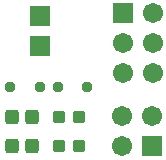
<source format=gts>
G04 Layer_Color=8388736*
%FSLAX44Y44*%
%MOMM*%
G71*
G01*
G75*
G04:AMPARAMS|DCode=23|XSize=0.8032mm|YSize=0.9032mm|CornerRadius=0.1766mm|HoleSize=0mm|Usage=FLASHONLY|Rotation=180.000|XOffset=0mm|YOffset=0mm|HoleType=Round|Shape=RoundedRectangle|*
%AMROUNDEDRECTD23*
21,1,0.8032,0.5500,0,0,180.0*
21,1,0.4500,0.9032,0,0,180.0*
1,1,0.3532,-0.2250,0.2750*
1,1,0.3532,0.2250,0.2750*
1,1,0.3532,0.2250,-0.2750*
1,1,0.3532,-0.2250,-0.2750*
%
%ADD23ROUNDEDRECTD23*%
G04:AMPARAMS|DCode=24|XSize=1.2032mm|YSize=1.1032mm|CornerRadius=0.2141mm|HoleSize=0mm|Usage=FLASHONLY|Rotation=90.000|XOffset=0mm|YOffset=0mm|HoleType=Round|Shape=RoundedRectangle|*
%AMROUNDEDRECTD24*
21,1,1.2032,0.6750,0,0,90.0*
21,1,0.7750,1.1032,0,0,90.0*
1,1,0.4282,0.3375,0.3875*
1,1,0.4282,0.3375,-0.3875*
1,1,0.4282,-0.3375,-0.3875*
1,1,0.4282,-0.3375,0.3875*
%
%ADD24ROUNDEDRECTD24*%
G04:AMPARAMS|DCode=25|XSize=1.0032mm|YSize=1.0032mm|CornerRadius=0.2016mm|HoleSize=0mm|Usage=FLASHONLY|Rotation=0.000|XOffset=0mm|YOffset=0mm|HoleType=Round|Shape=RoundedRectangle|*
%AMROUNDEDRECTD25*
21,1,1.0032,0.6000,0,0,0.0*
21,1,0.6000,1.0032,0,0,0.0*
1,1,0.4032,0.3000,-0.3000*
1,1,0.4032,-0.3000,-0.3000*
1,1,0.4032,-0.3000,0.3000*
1,1,0.4032,0.3000,0.3000*
%
%ADD25ROUNDEDRECTD25*%
%ADD26R,1.7272X1.7272*%
%ADD27R,1.7032X1.7032*%
%ADD28C,1.7032*%
D23*
X40000Y72500D02*
D03*
X15000D02*
D03*
X80000D02*
D03*
X55000D02*
D03*
D24*
X16500Y22500D02*
D03*
X33500D02*
D03*
X16500Y47500D02*
D03*
X33500D02*
D03*
D25*
X73500Y22500D02*
D03*
X56500D02*
D03*
X73500Y47500D02*
D03*
X56500D02*
D03*
D26*
X40000Y107500D02*
D03*
Y132900D02*
D03*
D27*
X135000Y22500D02*
D03*
X110000Y135000D02*
D03*
D28*
X109600Y22500D02*
D03*
X135000Y47900D02*
D03*
X109600D02*
D03*
X135400Y84200D02*
D03*
X110000D02*
D03*
X135400Y109600D02*
D03*
X110000D02*
D03*
X135400Y135000D02*
D03*
M02*

</source>
